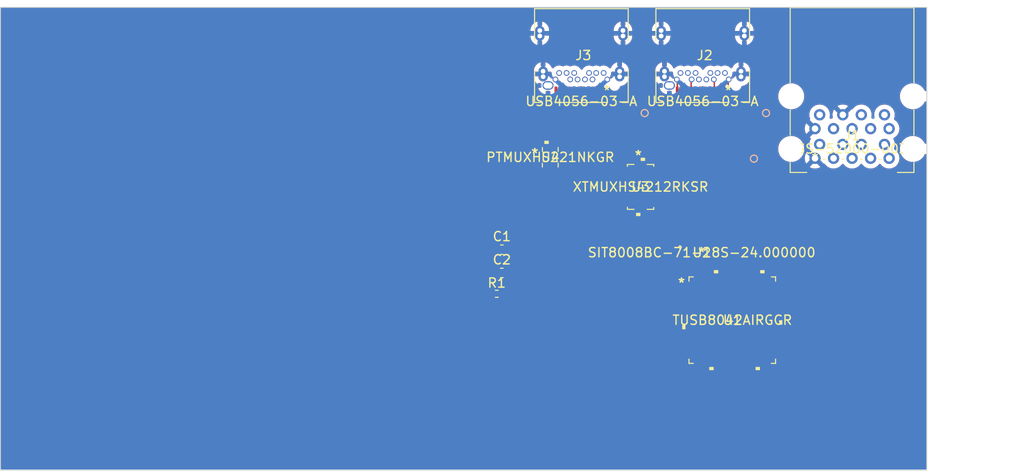
<source format=kicad_pcb>
(kicad_pcb (version 20221018) (generator pcbnew)
  (layers (0 "F.Cu" signal) (31 "B.Cu" signal) (34 "B.Paste" user) (35 "F.Paste" user) (36 "B.SilkS" user "B.Silkscreen") (37 "F.SilkS" user "F.Silkscreen") (38 "B.Mask" user) (39 "F.Mask" user) (44 "Edge.Cuts" user))
  (net 0 "")
  (net 13 "GND")
  (net 16 "+5V")
  (net 66 "/USB_Switch/SSTX_A+")
  (net 80 "/USB_Switch/SSTX_A-")
  (net 81 "VBUS")
  (net 85 "/USB_Switch/CC1_A")
  (net 86 "/USB_Switch/D_A+")
  (net 87 "/USB_Switch/D_A-")
  (net 88 "/USB_Switch/SBU1_A")
  (net 89 "/USB_Switch/SSRX_A-")
  (net 90 "/USB_Switch/SSRX_A+")
  (net 91 "/USB_Switch/CC2_A")
  (net 92 "/USB_Switch/SBU2_A")
  (net 93 "/USB_Switch/SSTX_B+")
  (net 94 "/USB_Switch/SSTX_B-")
  (net 95 "/USB_Switch/CC1_B")
  (net 96 "/USB_Switch/D_B+")
  (net 97 "/USB_Switch/D_B-")
  (net 98 "/USB_Switch/SBU1_B")
  (net 99 "/USB_Switch/SSRX_B-")
  (net 100 "/USB_Switch/SSRX_B+")
  (net 101 "/USB_Switch/CC2_B")
  (net 102 "/USB_Switch/SBU2_B")
  (net 105 "/USB_Switch/XI")
  (net 106 "+3.3V")
  (net 109 "/USB_Switch/SSRX_C+")
  (net 110 "/USB_Switch/SSRX_C-")
  (net 112 "/USB_Switch/SSTX_C+")
  (net 113 "/USB_Switch/SSTX_C-")
  (net 116 "/USB_Switch/D_C-")
  (net 117 "/USB_Switch/D_C+")
  (footprint "TUSB8042A:TUSB8042AIRGCR" (layer "F.Cu") (at 229 83.8)
    (fp_text reference "U1" (at 0 0) (layer "F.SilkS"))
    (fp_text value "TUSB8042AIRGCR" (at 0 0) (layer "F.SilkS"))
    (fp_text user "*" (at -5.484999 -4) (layer "F.SilkS"))
    (fp_text user "*" (at -5.484999 -4) (layer "F.SilkS"))
    (fp_line (start -4.6736 -4.6736) (end -4.6736 -4.21014) (stroke (width 0.12)) (layer "F.SilkS"))
    (fp_line (start -4.6736 4.21014) (end -4.6736 4.6736) (stroke (width 0.12)) (layer "F.SilkS"))
    (fp_line (start -4.6736 4.6736) (end -4.21014 4.6736) (stroke (width 0.12)) (layer "F.SilkS"))
    (fp_line (start -4.21014 -4.6736) (end -4.6736 -4.6736) (stroke (width 0.12)) (layer "F.SilkS"))
    (fp_line (start 4.21014 4.6736) (end 4.6736 4.6736) (stroke (width 0.12)) (layer "F.SilkS"))
    (fp_line (start 4.6736 -4.6736) (end 4.21014 -4.6736) (stroke (width 0.12)) (layer "F.SilkS"))
    (fp_line (start 4.6736 -4.21014) (end 4.6736 -4.6736) (stroke (width 0.12)) (layer "F.SilkS"))
    (fp_line (start 4.6736 4.6736) (end 4.6736 4.21014) (stroke (width 0.12)) (layer "F.SilkS"))
    (fp_poly (pts (xy -5.358 0.559501) (xy -5.358 0.940501) (xy -5.104 0.940501) (xy -5.104 0.559501)) (stroke (width 0.1)) (fill solid) (layer "F.SilkS"))
    (fp_poly (pts (xy -2.440501 5.104) (xy -2.440501 5.358) (xy -2.059501 5.358) (xy -2.059501 5.104)) (stroke (width 0.1)) (fill solid) (layer "F.SilkS"))
    (fp_poly (pts (xy -1.940499 -5.104) (xy -1.940499 -5.358) (xy -1.559499 -5.358) (xy -1.559499 -5.104)) (stroke (width 0.1)) (fill solid) (layer "F.SilkS"))
    (fp_poly (pts (xy 2.5595 5.104) (xy 2.5595 5.358) (xy 2.9405 5.358) (xy 2.9405 5.104)) (stroke (width 0.1)) (fill solid) (layer "F.SilkS"))
    (fp_poly (pts (xy 3.059501 -5.104) (xy 3.059501 -5.358) (xy 3.440501 -5.358) (xy 3.440501 -5.104)) (stroke (width 0.1)) (fill solid) (layer "F.SilkS"))
    (fp_poly (pts (xy 5.358 0.059499) (xy 5.358 0.4405) (xy 5.104 0.4405) (xy 5.104 0.059499)) (stroke (width 0.1)) (fill solid) (layer "F.SilkS"))
    (pad "1" smd rect (at -4.446001 -3.75 90) (size 0.2548 0.807999) (layers "F.Cu" "F.Paste" "F.Mask"))
    (pad "2" smd rect (at -4.446001 -3.250001 90) (size 0.2548 0.807999) (layers "F.Cu" "F.Paste" "F.Mask"))
    (pad "3" smd rect (at -4.446001 -2.75 90) (size 0.2548 0.807999) (layers "F.Cu" "F.Paste" "F.Mask"))
    (pad "4" smd rect (at -4.446001 -2.250001 90) (size 0.2548 0.807999) (layers "F.Cu" "F.Paste" "F.Mask"))
    (pad "5" smd rect (at -4.446001 -1.749999 90) (size 0.2548 0.807999) (layers "F.Cu" "F.Paste" "F.Mask"))
    (pad "6" smd rect (at -4.446001 -1.25 90) (size 0.2548 0.807999) (layers "F.Cu" "F.Paste" "F.Mask"))
    (pad "7" smd rect (at -4.446001 -0.750001 90) (size 0.2548 0.807999) (layers "F.Cu" "F.Paste" "F.Mask"))
    (pad "8" smd rect (at -4.446001 -0.25 90) (size 0.2548 0.807999) (layers "F.Cu" "F.Paste" "F.Mask"))
    (pad "9" smd rect (at -4.446001 0.25 90) (size 0.2548 0.807999) (layers "F.Cu" "F.Paste" "F.Mask"))
    (pad "10" smd rect (at -4.446001 0.750001 90) (size 0.2548 0.807999) (layers "F.Cu" "F.Paste" "F.Mask"))
    (pad "11" smd rect (at -4.446001 1.25 90) (size 0.2548 0.807999) (layers "F.Cu" "F.Paste" "F.Mask"))
    (pad "12" smd rect (at -4.446001 1.749999 90) (size 0.2548 0.807999) (layers "F.Cu" "F.Paste" "F.Mask"))
    (pad "13" smd rect (at -4.446001 2.250001 90) (size 0.2548 0.807999) (layers "F.Cu" "F.Paste" "F.Mask"))
    (pad "14" smd rect (at -4.446001 2.75 90) (size 0.2548 0.807999) (layers "F.Cu" "F.Paste" "F.Mask"))
    (pad "15" smd rect (at -4.446001 3.250001 90) (size 0.2548 0.807999) (layers "F.Cu" "F.Paste" "F.Mask"))
    (pad "16" smd rect (at -4.446001 3.75 90) (size 0.2548 0.807999) (layers "F.Cu" "F.Paste" "F.Mask"))
    (pad "17" smd rect (at -3.75 4.446001) (size 0.2548 0.807999) (layers "F.Cu" "F.Paste" "F.Mask"))
    (pad "18" smd rect (at -3.250001 4.446001) (size 0.2548 0.807999) (layers "F.Cu" "F.Paste" "F.Mask"))
    (pad "19" smd rect (at -2.75 4.446001) (size 0.2548 0.807999) (layers "F.Cu" "F.Paste" "F.Mask"))
    (pad "20" smd rect (at -2.250001 4.446001) (size 0.2548 0.807999) (layers "F.Cu" "F.Paste" "F.Mask"))
    (pad "21" smd rect (at -1.749999 4.446001) (size 0.2548 0.807999) (layers "F.Cu" "F.Paste" "F.Mask"))
    (pad "22" smd rect (at -1.25 4.446001) (size 0.2548 0.807999) (layers "F.Cu" "F.Paste" "F.Mask"))
    (pad "23" smd rect (at -0.750001 4.446001) (size 0.2548 0.807999) (layers "F.Cu" "F.Paste" "F.Mask"))
    (pad "24" smd rect (at -0.25 4.446001) (size 0.2548 0.807999) (layers "F.Cu" "F.Paste" "F.Mask"))
    (pad "25" smd rect (at 0.25 4.446001) (size 0.2548 0.807999) (layers "F.Cu" "F.Paste" "F.Mask"))
    (pad "26" smd rect (at 0.750001 4.446001) (size 0.2548 0.807999) (layers "F.Cu" "F.Paste" "F.Mask"))
    (pad "27" smd rect (at 1.25 4.446001) (size 0.2548 0.807999) (layers "F.Cu" "F.Paste" "F.Mask"))
    (pad "28" smd rect (at 1.749999 4.446001) (size 0.2548 0.807999) (layers "F.Cu" "F.Paste" "F.Mask"))
    (pad "29" smd rect (at 2.250001 4.446001) (size 0.2548 0.807999) (layers "F.Cu" "F.Paste" "F.Mask"))
    (pad "30" smd rect (at 2.75 4.446001) (size 0.2548 0.807999) (layers "F.Cu" "F.Paste" "F.Mask"))
    (pad "31" smd rect (at 3.250001 4.446001) (size 0.2548 0.807999) (layers "F.Cu" "F.Paste" "F.Mask"))
    (pad "32" smd rect (at 3.75 4.446001) (size 0.2548 0.807999) (layers "F.Cu" "F.Paste" "F.Mask"))
    (pad "33" smd rect (at 4.446001 3.75 90) (size 0.2548 0.807999) (layers "F.Cu" "F.Paste" "F.Mask"))
    (pad "34" smd rect (at 4.446001 3.250001 90) (size 0.2548 0.807999) (layers "F.Cu" "F.Paste" "F.Mask"))
    (pad "35" smd rect (at 4.446001 2.75 90) (size 0.2548 0.807999) (layers "F.Cu" "F.Paste" "F.Mask"))
    (pad "36" smd rect (at 4.446001 2.250001 90) (size 0.2548 0.807999) (layers "F.Cu" "F.Paste" "F.Mask"))
    (pad "37" smd rect (at 4.446001 1.749999 90) (size 0.2548 0.807999) (layers "F.Cu" "F.Paste" "F.Mask"))
    (pad "38" smd rect (at 4.446001 1.25 90) (size 0.2548 0.807999) (layers "F.Cu" "F.Paste" "F.Mask"))
    (pad "39" smd rect (at 4.446001 0.750001 90) (size 0.2548 0.807999) (layers "F.Cu" "F.Paste" "F.Mask"))
    (pad "40" smd rect (at 4.446001 0.25 90) (size 0.2548 0.807999) (layers "F.Cu" "F.Paste" "F.Mask"))
    (pad "41" smd rect (at 4.446001 -0.25 90) (size 0.2548 0.807999) (layers "F.Cu" "F.Paste" "F.Mask"))
    (pad "42" smd rect (at 4.446001 -0.750001 90) (size 0.2548 0.807999) (layers "F.Cu" "F.Paste" "F.Mask"))
    (pad "43" smd rect (at 4.446001 -1.25 90) (size 0.2548 0.807999) (layers "F.Cu" "F.Paste" "F.Mask"))
    (pad "44" smd rect (at 4.446001 -1.749999 90) (size 0.2548 0.807999) (layers "F.Cu" "F.Paste" "F.Mask"))
    (pad "45" smd rect (at 4.446001 -2.250001 90) (size 0.2548 0.807999) (layers "F.Cu" "F.Paste" "F.Mask"))
    (pad "46" smd rect (at 4.446001 -2.75 90) (size 0.2548 0.807999) (layers "F.Cu" "F.Paste" "F.Mask"))
    (pad "47" smd rect (at 4.446001 -3.250001 90) (size 0.2548 0.807999) (layers "F.Cu" "F.Paste" "F.Mask"))
    (pad "48" smd rect (at 4.446001 -3.75 90) (size 0.2548 0.807999) (layers "F.Cu" "F.Paste" "F.Mask") (net 81 "VBUS"))
    (pad "49" smd rect (at 3.75 -4.446001) (size 0.2548 0.807999) (layers "F.Cu" "F.Paste" "F.Mask"))
    (pad "50" smd rect (at 3.250001 -4.446001) (size 0.2548 0.807999) (layers "F.Cu" "F.Paste" "F.Mask"))
    (pad "51" smd rect (at 2.75 -4.446001) (size 0.2548 0.807999) (layers "F.Cu" "F.Paste" "F.Mask"))
    (pad "52" smd rect (at 2.250001 -4.446001) (size 0.2548 0.807999) (layers "F.Cu" "F.Paste" "F.Mask"))
    (pad "53" smd rect (at 1.749999 -4.446001) (size 0.2548 0.807999) (layers "F.Cu" "F.Paste" "F.Mask"))
    (pad "54" smd rect (at 1.25 -4.446001) (size 0.2548 0.807999) (layers "F.Cu" "F.Paste" "F.Mask"))
    (pad "55" smd rect (at 0.750001 -4.446001) (size 0.2548 0.807999) (layers "F.Cu" "F.Paste" "F.Mask"))
    (pad "56" smd rect (at 0.25 -4.446001) (size 0.2548 0.807999) (layers "F.Cu" "F.Paste" "F.Mask"))
    (pad "57" smd rect (at -0.25 -4.446001) (size 0.2548 0.807999) (layers "F.Cu" "F.Paste" "F.Mask"))
    (pad "58" smd rect (at -0.750001 -4.446001) (size 0.2548 0.807999) (layers "F.Cu" "F.Paste" "F.Mask"))
    (pad "59" smd rect (at -1.25 -4.446001) (size 0.2548 0.807999) (layers "F.Cu" "F.Paste" "F.Mask"))
    (pad "60" smd rect (at -1.749999 -4.446001) (size 0.2548 0.807999) (layers "F.Cu" "F.Paste" "F.Mask"))
    (pad "61" smd rect (at -2.250001 -4.446001) (size 0.2548 0.807999) (layers "F.Cu" "F.Paste" "F.Mask"))
    (pad "62" smd rect (at -2.75 -4.446001) (size 0.2548 0.807999) (layers "F.Cu" "F.Paste" "F.Mask") (net 105 "/USB_Switch/XI"))
    (pad "63" smd rect (at -3.250001 -4.446001) (size 0.2548 0.807999) (layers "F.Cu" "F.Paste" "F.Mask") (net 106 "+3.3V"))
    (pad "64" smd rect (at -3.75 -4.446001) (size 0.2548 0.807999) (layers "F.Cu" "F.Paste" "F.Mask"))
    (pad "65" smd rect (at 0 0) (size 5.9944 5.9944) (layers "F.Cu" "F.Mask"))
  )
  (footprint "TMUXHS221:PTMUXHS221NKGR" (layer "F.Cu") (at 209.3523 66.199975)
    (fp_text reference "U4" (at 0 0) (layer "F.SilkS"))
    (fp_text value "PTMUXHS221NKGR" (at 0 0) (layer "F.SilkS"))
    (fp_text user "*" (at -1.6637 -0.40005) (layer "F.SilkS"))
    (fp_text user "*" (at -1.6637 -0.40005) (layer "F.SilkS"))
    (fp_line (start -0.8509 -1.0541) (end -0.8509 -0.634365) (stroke (width 0.12)) (layer "F.SilkS"))
    (fp_line (start -0.8509 0.634365) (end -0.8509 1.0541) (stroke (width 0.12)) (layer "F.SilkS"))
    (fp_line (start 0.8509 -0.634365) (end 0.8509 -1.0541) (stroke (width 0.12)) (layer "F.SilkS"))
    (fp_line (start 0.8509 1.0541) (end 0.8509 0.634365) (stroke (width 0.12)) (layer "F.SilkS"))
    (fp_poly (pts (xy -0.59055 -1.4859) (xy -0.59055 -1.7399) (xy -0.20955 -1.7399) (xy -0.20955 -1.4859)) (stroke (width 0.1)) (fill solid) (layer "F.SilkS"))
    (pad "1" smd rect (at -0.6477 -0.200025 90) (size 0.2032 0.762) (layers "F.Cu" "F.Paste" "F.Mask") (net 86 "/USB_Switch/D_A+"))
    (pad "2" smd rect (at -0.6477 0.200025 90) (size 0.2032 0.762) (layers "F.Cu" "F.Paste" "F.Mask") (net 87 "/USB_Switch/D_A-"))
    (pad "3" smd rect (at -0.40005 0.8509) (size 0.2032 0.762) (layers "F.Cu" "F.Paste" "F.Mask") (net 13 "GND"))
    (pad "4" smd rect (at 0 0.8509) (size 0.2032 0.762) (layers "F.Cu" "F.Paste" "F.Mask") (net 97 "/USB_Switch/D_B-"))
    (pad "5" smd rect (at 0.40005 0.8509) (size 0.2032 0.762) (layers "F.Cu" "F.Paste" "F.Mask") (net 96 "/USB_Switch/D_B+"))
    (pad "6" smd rect (at 0.6477 0.200025 90) (size 0.2032 0.762) (layers "F.Cu" "F.Paste" "F.Mask") (net 116 "/USB_Switch/D_C-"))
    (pad "7" smd rect (at 0.6477 -0.200025 90) (size 0.2032 0.762) (layers "F.Cu" "F.Paste" "F.Mask") (net 117 "/USB_Switch/D_C+"))
    (pad "8" smd rect (at 0.40005 -0.8509) (size 0.2032 0.762) (layers "F.Cu" "F.Paste" "F.Mask"))
    (pad "9" smd rect (at 0 -0.8509) (size 0.2032 0.762) (layers "F.Cu" "F.Paste" "F.Mask"))
    (pad "10" smd rect (at -0.40005 -0.8509) (size 0.2032 0.762) (layers "F.Cu" "F.Paste" "F.Mask"))
  )
  (footprint "Capacitor_SMD:C_0603_1608Metric" (layer "F.Cu") (at 204.125 78.7)
    (fp_text reference "C2" (at 0 -1.43) (layer "F.SilkS"))
    (fp_text value "0.001uF")
    (fp_line (start -0.14058 -0.51) (end 0.14058 -0.51) (stroke (width 0.12)) (layer "F.SilkS"))
    (fp_line (start -0.14058 0.51) (end 0.14058 0.51) (stroke (width 0.12)) (layer "F.SilkS"))
    (pad "1" smd roundrect (at -0.775 0) (size 0.9 0.95) (layers "F.Cu" "F.Paste" "F.Mask"))
    (pad "2" smd roundrect (at 0.775 0) (size 0.9 0.95) (layers "F.Cu" "F.Paste" "F.Mask"))
  )
  (footprint "SS-52000:SS-52000-003" (layer "F.Cu") (at 237.930001 66.30999 180)
    (fp_text reference "J1" (at -4 2.449988) (layer "F.SilkS"))
    (fp_text value "SS-52000-003" (at -4 1.019998) (layer "F.SilkS"))
    (fp_text user "*" (at 0 0) (layer "F.SilkS"))
    (fp_circle (center 6.593082 -0.038526) (end 6.974082 -0.038526) (stroke (width 0.12)) (fill none) (layer "B.SilkS"))
    (fp_line (start -10.6802 -1.52841) (end -10.6802 -0.464357) (stroke (width 0.12)) (layer "F.SilkS"))
    (fp_line (start -10.6802 2.504353) (end -10.6802 5.215647) (stroke (width 0.12)) (layer "F.SilkS"))
    (fp_line (start -10.6802 8.184351) (end -10.6802 16.27699) (stroke (width 0.12)) (layer "F.SilkS"))
    (fp_line (start -10.6802 16.27699) (end 2.6802 16.27699) (stroke (width 0.12)) (layer "F.SilkS"))
    (fp_line (start -8.893844 -1.52841) (end -10.6802 -1.52841) (stroke (width 0.12)) (layer "F.SilkS"))
    (fp_line (start -6.893845 -0.098419) (end -7.106155 -0.098419) (stroke (width 0.12)) (layer "F.SilkS"))
    (fp_line (start -4.893844 -0.098419) (end -5.106156 -0.098419) (stroke (width 0.12)) (layer "F.SilkS"))
    (fp_line (start -2.893843 -0.098419) (end -3.106155 -0.098419) (stroke (width 0.12)) (layer "F.SilkS"))
    (fp_line (start -0.893845 -0.098419) (end -1.106154 -0.098419) (stroke (width 0.12)) (layer "F.SilkS"))
    (fp_line (start 2.6802 -1.52841) (end 0.893845 -1.52841) (stroke (width 0.12)) (layer "F.SilkS"))
    (fp_line (start 2.6802 -0.464357) (end 2.6802 -1.52841) (stroke (width 0.12)) (layer "F.SilkS"))
    (fp_line (start 2.6802 5.215647) (end 2.6802 2.504353) (stroke (width 0.12)) (layer "F.SilkS"))
    (fp_line (start 2.6802 16.27699) (end 2.6802 8.184351) (stroke (width 0.12)) (layer "F.SilkS"))
    (fp_circle (center 6.593082 -0.038526) (end 6.974082 -0.038526) (stroke (width 0.12)) (fill none) (layer "F.SilkS"))
    (pad "" np_thru_hole circle (at -10.569999 1.00999 180) (size 2.3114 2.3114) (drill 2.3114) (layers "*.Cu" "*.Mask"))
    (pad "" np_thru_hole circle (at -10.569964 6.699993 180) (size 2.3114 2.3114) (drill 2.3114) (layers "*.Cu" "*.Mask"))
    (pad "" np_thru_hole circle (at 2.569964 6.699993 180) (size 2.3114 2.3114) (drill 2.3114) (layers "*.Cu" "*.Mask"))
    (pad "" np_thru_hole circle (at 2.57 1.00999 180) (size 2.3114 2.3114) (drill 2.3114) (layers "*.Cu" "*.Mask"))
    (pad "1" thru_hole circle (at 0 0 180) (size 1.2192 1.2192) (drill 0.7112) (layers "*.Cu" "*.Mask") (net 13 "GND"))
    (pad "2" thru_hole circle (at -1.999999 0 180) (size 1.2192 1.2192) (drill 0.7112) (layers "*.Cu" "*.Mask"))
    (pad "3" thru_hole circle (at -4 0 180) (size 1.2192 1.2192) (drill 0.7112) (layers "*.Cu" "*.Mask"))
    (pad "4" thru_hole circle (at -6.000001 0 180) (size 1.2192 1.2192) (drill 0.7112) (layers "*.Cu" "*.Mask") (net 16 "+5V"))
    (pad "5" thru_hole circle (at -7.999999 0 180) (size 1.2192 1.2192) (drill 0.7112) (layers "*.Cu" "*.Mask"))
    (pad "6" thru_hole circle (at -0.5 1.500003 180) (size 1.2192 1.2192) (drill 0.7112) (layers "*.Cu" "*.Mask"))
    (pad "7" thru_hole circle (at -2.999999 1.500003 180) (size 1.2192 1.2192) (drill 0.7112) (layers "*.Cu" "*.Mask") (net 13 "GND"))
    (pad "8" thru_hole circle (at -5 1.500003 180) (size 1.2192 1.2192) (drill 0.7112) (layers "*.Cu" "*.Mask"))
    (pad "10" thru_hole circle (at -7.499999 1.500003 180) (size 1.2192 1.2192) (drill 0.7112) (layers "*.Cu" "*.Mask"))
    (pad "11" thru_hole circle (at 0 3.199989 180) (size 1.2192 1.2192) (drill 0.7112) (layers "*.Cu" "*.Mask") (net 13 "GND"))
    (pad "12" thru_hole circle (at -1.999999 3.199989 180) (size 1.2192 1.2192) (drill 0.7112) (layers "*.Cu" "*.Mask"))
    (pad "13" thru_hole circle (at -4 3.199989 180) (size 1.2192 1.2192) (drill 0.7112) (layers "*.Cu" "*.Mask"))
    (pad "14" thru_hole circle (at -6.000001 3.199989 180) (size 1.2192 1.2192) (drill 0.7112) (layers "*.Cu" "*.Mask") (net 16 "+5V"))
    (pad "15" thru_hole circle (at -7.999999 3.199989 180) (size 1.2192 1.2192) (drill 0.7112) (layers "*.Cu" "*.Mask"))
    (pad "16" thru_hole circle (at -0.5 4.699989 180) (size 1.2192 1.2192) (drill 0.7112) (layers "*.Cu" "*.Mask"))
    (pad "17" thru_hole circle (at -2.999999 4.699989 180) (size 1.2192 1.2192) (drill 0.7112) (layers "*.Cu" "*.Mask") (net 13 "GND"))
    (pad "18" thru_hole circle (at -5 4.699989 180) (size 1.2192 1.2192) (drill 0.7112) (layers "*.Cu" "*.Mask"))
    (pad "20" thru_hole circle (at -7.499999 4.699989 180) (size 1.2192 1.2192) (drill 0.7112) (layers "*.Cu" "*.Mask"))
  )
  (footprint "TMUXHS4212:XTMUXHS4212RKSR" (layer "F.Cu") (at 219.1 69.4)
    (fp_text reference "U3" (at 0 0) (layer "F.SilkS"))
    (fp_text value "XTMUXHS4212RKSR" (at 0 0) (layer "F.SilkS"))
    (fp_text user "*" (at -0.250063 -3.3861) (layer "F.SilkS"))
    (fp_text user "*" (at -0.250063 -3.3861) (layer "F.SilkS"))
    (fp_line (start -1.4224 -2.4257) (end -1.4224 -2.210581) (stroke (width 0.12)) (layer "F.SilkS"))
    (fp_line (start -1.4224 2.210581) (end -1.4224 2.4257) (stroke (width 0.12)) (layer "F.SilkS"))
    (fp_line (start -1.4224 2.4257) (end -0.710203 2.4257) (stroke (width 0.12)) (layer "F.SilkS"))
    (fp_line (start -0.710203 -2.4257) (end -1.4224 -2.4257) (stroke (width 0.12)) (layer "F.SilkS"))
    (fp_line (start 0.710203 2.4257) (end 1.4224 2.4257) (stroke (width 0.12)) (layer "F.SilkS"))
    (fp_line (start 1.4224 -2.4257) (end 0.710203 -2.4257) (stroke (width 0.12)) (layer "F.SilkS"))
    (fp_line (start 1.4224 -2.210581) (end 1.4224 -2.4257) (stroke (width 0.12)) (layer "F.SilkS"))
    (fp_line (start 1.4224 2.4257) (end 1.4224 2.210581) (stroke (width 0.12)) (layer "F.SilkS"))
    (fp_poly (pts (xy -0.440563 2.852699) (xy -0.440563 3.106699) (xy -0.059563 3.106699) (xy -0.059563 2.852699)) (stroke (width 0.1)) (fill solid) (layer "F.SilkS"))
    (fp_poly (pts (xy 0.059563 -2.852699) (xy 0.059563 -3.106699) (xy 0.440563 -3.106699) (xy 0.440563 -2.852699)) (stroke (width 0.1)) (fill solid) (layer "F.SilkS"))
    (pad "1" smd rect (at -0.250063 -2.1947) (size 0.2548 0.807999) (layers "F.Cu" "F.Paste" "F.Mask"))
    (pad "2" smd rect (at -1.1914 -1.750441 90) (size 0.2548 0.807999) (layers "F.Cu" "F.Paste" "F.Mask"))
    (pad "3" smd rect (at -1.1914 -1.250315 90) (size 0.2548 0.807999) (layers "F.Cu" "F.Paste" "F.Mask") (net 109 "/USB_Switch/SSRX_C+"))
    (pad "4" smd rect (at -1.1914 -0.750189 90) (size 0.2548 0.807999) (layers "F.Cu" "F.Paste" "F.Mask") (net 110 "/USB_Switch/SSRX_C-"))
    (pad "5" smd rect (at -1.1914 -0.250063 90) (size 0.2548 0.807999) (layers "F.Cu" "F.Paste" "F.Mask") (net 13 "GND"))
    (pad "6" smd rect (at -1.1914 0.250063 90) (size 0.2548 0.807999) (layers "F.Cu" "F.Paste" "F.Mask"))
    (pad "7" smd rect (at -1.1914 0.750189 90) (size 0.2548 0.807999) (layers "F.Cu" "F.Paste" "F.Mask") (net 112 "/USB_Switch/SSTX_C+"))
    (pad "8" smd rect (at -1.1914 1.250315 90) (size 0.2548 0.807999) (layers "F.Cu" "F.Paste" "F.Mask") (net 113 "/USB_Switch/SSTX_C-"))
    (pad "9" smd rect (at -1.1914 1.750441 90) (size 0.2548 0.807999) (layers "F.Cu" "F.Paste" "F.Mask"))
    (pad "10" smd rect (at -0.250063 2.1947) (size 0.2548 0.807999) (layers "F.Cu" "F.Paste" "F.Mask"))
    (pad "11" smd rect (at 0.250063 2.1947) (size 0.2548 0.807999) (layers "F.Cu" "F.Paste" "F.Mask") (net 13 "GND"))
    (pad "12" smd rect (at 1.1914 1.750441 90) (size 0.2548 0.807999) (layers "F.Cu" "F.Paste" "F.Mask") (net 94 "/USB_Switch/SSTX_B-"))
    (pad "13" smd rect (at 1.1914 1.250315 90) (size 0.2548 0.807999) (layers "F.Cu" "F.Paste" "F.Mask") (net 93 "/USB_Switch/SSTX_B+"))
    (pad "14" smd rect (at 1.1914 0.750189 90) (size 0.2548 0.807999) (layers "F.Cu" "F.Paste" "F.Mask") (net 99 "/USB_Switch/SSRX_B-"))
    (pad "15" smd rect (at 1.1914 0.250063 90) (size 0.2548 0.807999) (layers "F.Cu" "F.Paste" "F.Mask") (net 100 "/USB_Switch/SSRX_B+"))
    (pad "16" smd rect (at 1.1914 -0.250063 90) (size 0.2548 0.807999) (layers "F.Cu" "F.Paste" "F.Mask") (net 80 "/USB_Switch/SSTX_A-"))
    (pad "17" smd rect (at 1.1914 -0.750189 90) (size 0.2548 0.807999) (layers "F.Cu" "F.Paste" "F.Mask") (net 66 "/USB_Switch/SSTX_A+"))
    (pad "18" smd rect (at 1.1914 -1.250315 90) (size 0.2548 0.807999) (layers "F.Cu" "F.Paste" "F.Mask") (net 89 "/USB_Switch/SSRX_A-"))
    (pad "19" smd rect (at 1.1914 -1.750441 90) (size 0.2548 0.807999) (layers "F.Cu" "F.Paste" "F.Mask") (net 90 "/USB_Switch/SSRX_A+"))
    (pad "20" smd rect (at 0.250063 -2.1947) (size 0.2548 0.807999) (layers "F.Cu" "F.Paste" "F.Mask") (net 13 "GND"))
    (pad "21" smd rect (at 0 0) (size 1.0922 3.0988) (layers "F.Cu" "F.Mask") (net 13 "GND"))
  )
  (footprint "SIT8008BC:SIT8008BC-71-18S-24.000000" (layer "F.Cu") (at 225.7 76.5)
    (fp_text reference "U2" (at 0 0) (layer "F.SilkS"))
    (fp_text value "SIT8008BC-71-18S-24.000000" (at 0 0) (layer "F.SilkS"))
    (fp_text user "*" (at 0 0) (layer "F.SilkS"))
    (fp_circle (center -2.3406 -0.6) (end -2.2136 -0.6) (stroke (width 0.12)) (fill none) (layer "F.SilkS"))
    (pad "1" smd rect (at -0.750001 -0.599999) (size 0.889 0.8128) (layers "F.Cu" "F.Paste" "F.Mask"))
    (pad "2" smd rect (at -0.750001 0.599999) (size 0.889 0.8128) (layers "F.Cu" "F.Paste" "F.Mask") (net 13 "GND"))
    (pad "3" smd rect (at 0.750001 0.599999) (size 0.889 0.8128) (layers "F.Cu" "F.Paste" "F.Mask") (net 105 "/USB_Switch/XI"))
    (pad "4" smd rect (at 0.750001 -0.599999) (size 0.889 0.8128) (layers "F.Cu" "F.Paste" "F.Mask") (net 106 "+3.3V"))
  )
  (footprint "Capacitor_SMD:C_0603_1608Metric" (layer "F.Cu") (at 204.125 76.19)
    (fp_text reference "C1" (at 0 -1.43) (layer "F.SilkS"))
    (fp_text value "0.1uF")
    (fp_line (start -0.14058 -0.51) (end 0.14058 -0.51) (stroke (width 0.12)) (layer "F.SilkS"))
    (fp_line (start -0.14058 0.51) (end 0.14058 0.51) (stroke (width 0.12)) (layer "F.SilkS"))
    (pad "1" smd roundrect (at -0.775 0) (size 0.9 0.95) (layers "F.Cu" "F.Paste" "F.Mask"))
    (pad "2" smd roundrect (at 0.775 0) (size 0.9 0.95) (layers "F.Cu" "F.Paste" "F.Mask"))
  )
  (footprint "Resistor_SMD:R_0402_1005Metric" (layer "F.Cu") (at 203.575 80.95)
    (fp_text reference "R1" (at 0 -1.17) (layer "F.SilkS"))
    (fp_text value "1M")
    (fp_line (start -0.153641 -0.38) (end 0.153641 -0.38) (stroke (width 0.12)) (layer "F.SilkS"))
    (fp_line (start -0.153641 0.38) (end 0.153641 0.38) (stroke (width 0.12)) (layer "F.SilkS"))
    (pad "1" smd roundrect (at -0.51 0) (size 0.54 0.64) (layers "F.Cu" "F.Paste" "F.Mask"))
    (pad "2" smd roundrect (at 0.51 0) (size 0.54 0.64) (layers "F.Cu" "F.Paste" "F.Mask"))
  )
  (footprint "USB4056:USB4056-03-A" (layer "F.Cu") (at 228.560692 59.005 180)
    (fp_text reference "J2" (at 2.54 3.81) (layer "F.SilkS"))
    (fp_text value "USB4056-03-A" (at 2.750693 -1.146) (layer "F.SilkS"))
    (fp_text user "*" (at 0 0) (layer "F.SilkS"))
    (fp_circle (center -4.081907 -2.416) (end -3.700907 -2.416) (stroke (width 0.12)) (fill none) (layer "B.SilkS"))
    (fp_line (start -2.303907 -1.273) (end -2.303907 2.25126) (stroke (width 0.12)) (layer "F.SilkS"))
    (fp_line (start -2.303907 5.45674) (end -2.303907 8.8616) (stroke (width 0.12)) (layer "F.SilkS"))
    (fp_line (start -2.303907 8.8616) (end 7.805293 8.8616) (stroke (width 0.12)) (layer "F.SilkS"))
    (fp_line (start -1.628972 -1.273) (end -2.303907 -1.273) (stroke (width 0.12)) (layer "F.SilkS"))
    (fp_line (start 5.571029 -1.273) (end -0.069643 -1.273) (stroke (width 0.12)) (layer "F.SilkS"))
    (fp_line (start 7.805293 -1.273) (end 7.130358 -1.273) (stroke (width 0.12)) (layer "F.SilkS"))
    (fp_line (start 7.805293 2.25126) (end 7.805293 -1.273) (stroke (width 0.12)) (layer "F.SilkS"))
    (fp_line (start 7.805293 8.8616) (end 7.805293 5.45674) (stroke (width 0.12)) (layer "F.SilkS"))
    (fp_circle (center -4.081907 -2.416) (end -3.700907 -2.416) (stroke (width 0.12)) (fill none) (layer "F.SilkS"))
    (pad "" np_thru_hole circle (at -1.739308 5.9129 180) (size 0.508 0.508) (drill 0.508) (layers "*.Cu" "*.Mask"))
    (pad "" np_thru_hole circle (at -1.739308 6.4971 180) (size 0.508 0.508) (drill 0.508) (layers "*.Cu" "*.Mask"))
    (pad "" np_thru_hole circle (at -1.379306 1.5129 180) (size 0.508 0.508) (drill 0.508) (layers "*.Cu" "*.Mask"))
    (pad "" np_thru_hole circle (at -1.379306 2.0971 180) (size 0.508 0.508) (drill 0.508) (layers "*.Cu" "*.Mask"))
    (pad "" np_thru_hole circle (at -0.849307 0.565 180) (size 0.6604 0.6604) (drill 0.6604) (layers "*.Cu" "*.Mask"))
    (pad "" np_thru_hole circle (at 6.210993 0.565 180) (size 0.6604 0.6604) (drill 0.6604) (layers "*.Cu" "*.Mask"))
    (pad "" np_thru_hole circle (at 6.490393 0.565 180) (size 0.6604 0.6604) (drill 0.6604) (layers "*.Cu" "*.Mask"))
    (pad "" np_thru_hole circle (at 6.880692 1.5129 180) (size 0.508 0.508) (drill 0.508) (layers "*.Cu" "*.Mask"))
    (pad "" np_thru_hole circle (at 6.880692 2.0971 180) (size 0.508 0.508) (drill 0.508) (layers "*.Cu" "*.Mask"))
    (pad "" np_thru_hole circle (at 7.240694 5.9129 180) (size 0.508 0.508) (drill 0.508) (layers "*.Cu" "*.Mask"))
    (pad "" np_thru_hole circle (at 7.240694 6.4971 180) (size 0.508 0.508) (drill 0.508) (layers "*.Cu" "*.Mask"))
    (pad "25" thru_hole oval (at -1.379306 1.805 270) (size 1.6002 1.016) (drill 0.0254) (layers "*.Cu" "*.Mask") (net 13 "GND"))
    (pad "26" thru_hole oval (at -1.739308 6.205 270) (size 1.6002 1.016) (drill 0.0254) (layers "*.Cu" "*.Mask") (net 13 "GND"))
    (pad "27" thru_hole oval (at 6.880692 1.805 270) (size 1.6002 1.016) (drill 0.0254) (layers "*.Cu" "*.Mask") (net 13 "GND"))
    (pad "28" thru_hole oval (at 7.240694 6.205 270) (size 1.6002 1.016) (drill 0.0254) (layers "*.Cu" "*.Mask") (net 13 "GND"))
    (pad "29" thru_hole oval (at 6.350693 0.565 180) (size 1.1938 0.9144) (drill 0.0254) (layers "*.Cu" "*.Mask") (net 13 "GND"))
    (pad "A1" smd rect (at 0 0 180) (size 0.3048 0.889) (layers "F.Cu" "F.Paste" "F.Mask") (net 13 "GND"))
    (pad "A2" smd rect (at 0.500126 0 180) (size 0.3048 0.889) (layers "F.Cu" "F.Paste" "F.Mask") (net 66 "/USB_Switch/SSTX_A+"))
    (pad "A3" smd rect (at 1.000252 0 180) (size 0.3048 0.889) (layers "F.Cu" "F.Paste" "F.Mask") (net 80 "/USB_Switch/SSTX_A-"))
    (pad "A4" smd rect (at 1.500378 0 180) (size 0.3048 0.889) (layers "F.Cu" "F.Paste" "F.Mask") (net 81 "VBUS"))
    (pad "A5" smd rect (at 2.000504 0 180) (size 0.3048 0.889) (layers "F.Cu" "F.Paste" "F.Mask") (net 85 "/USB_Switch/CC1_A"))
    (pad "A6" smd rect (at 2.50063 0 180) (size 0.3048 0.889) (layers "F.Cu" "F.Paste" "F.Mask") (net 86 "/USB_Switch/D_A+"))
    (pad "A7" smd rect (at 3.000756 0 180) (size 0.3048 0.889) (layers "F.Cu" "F.Paste" "F.Mask") (net 87 "/USB_Switch/D_A-"))
    (pad "A8" smd rect (at 3.500882 0 180) (size 0.3048 0.889) (layers "F.Cu" "F.Paste" "F.Mask") (net 88 "/USB_Switch/SBU1_A"))
    (pad "A9" smd rect (at 4.001008 0 180) (size 0.3048 0.889) (layers "F.Cu" "F.Paste" "F.Mask") (net 81 "VBUS"))
    (pad "A10" smd rect (at 4.501134 0 180) (size 0.3048 0.889) (layers "F.Cu" "F.Paste" "F.Mask") (net 89 "/USB_Switch/SSRX_A-"))
    (pad "A11" smd rect (at 5.00126 0 180) (size 0.3048 0.889) (layers "F.Cu" "F.Paste" "F.Mask") (net 90 "/USB_Switch/SSRX_A+"))
    (pad "A12" smd rect (at 5.501386 0 180) (size 0.3048 0.889) (layers "F.Cu" "F.Paste" "F.Mask") (net 13 "GND"))
    (pad "B1" thru_hole circle (at 5.550886 1.215 180) (size 0.6096 0.6096) (drill 0.4064) (layers "*.Cu" "*.Mask") (net 13 "GND"))
    (pad "B2" thru_hole circle (at 5.15076 1.915 180) (size 0.6096 0.6096) (drill 0.4064) (layers "*.Cu" "*.Mask") (net 66 "/USB_Switch/SSTX_A+"))
    (pad "B3" thru_hole circle (at 4.350634 1.915 180) (size 0.6096 0.6096) (drill 0.4064) (layers "*.Cu" "*.Mask") (net 80 "/USB_Switch/SSTX_A-"))
    (pad "B4" thru_hole circle (at 3.950508 1.215 180) (size 0.6096 0.6096) (drill 0.4064) (layers "*.Cu" "*.Mask") (net 81 "VBUS"))
    (pad "B5" thru_hole circle (at 3.525882 1.915 180) (size 0.6096 0.6096) (drill 0.4064) (layers "*.Cu" "*.Mask") (net 91 "/USB_Switch/CC2_A"))
    (pad "B6" thru_hole circle (at 3.163256 1.215 180) (size 0.6096 0.6096) (drill 0.4064) (layers "*.Cu" "*.Mask") (net 86 "/USB_Switch/D_A+"))
    (pad "B7" thru_hole circle (at 2.36313 1.215 180) (size 0.6096 0.6096) (drill 0.4064) (layers "*.Cu" "*.Mask") (net 87 "/USB_Switch/D_A-"))
    (pad "B8" thru_hole circle (at 1.925504 1.915 180) (size 0.6096 0.6096) (drill 0.4064) (layers "*.Cu" "*.Mask") (net 92 "/USB_Switch/SBU2_A"))
    (pad "B9" thru_hole circle (at 1.550878 1.215 180) (size 0.6096 0.6096) (drill 0.4064) (layers "*.Cu" "*.Mask") (net 81 "VBUS"))
    (pad "B10" thru_hole circle (at 1.150752 1.915 180) (size 0.6096 0.6096) (drill 0.4064) (layers "*.Cu" "*.Mask") (net 89 "/USB_Switch/SSRX_A-"))
    (pad "B11" thru_hole circle (at 0.350626 1.915 180) (size 0.6096 0.6096) (drill 0.4064) (layers "*.Cu" "*.Mask") (net 90 "/USB_Switch/SSRX_A+"))
    (pad "B12" thru_hole circle (at -0.0495 1.215 180) (size 0.6096 0.6096) (drill 0.4064) (layers "*.Cu" "*.Mask") (net 13 "GND"))
  )
  (footprint "USB4056:USB4056-03-A" (layer "F.Cu") (at 215.460692 59.005 180)
    (fp_text reference "J3" (at 2.54 3.81) (layer "F.SilkS"))
    (fp_text value "USB4056-03-A" (at 2.750693 -1.146) (layer "F.SilkS"))
    (fp_text user "*" (at 0 0) (layer "F.SilkS"))
    (fp_circle (center -4.081907 -2.416) (end -3.700907 -2.416) (stroke (width 0.12)) (fill none) (layer "B.SilkS"))
    (fp_line (start -2.303907 -1.273) (end -2.303907 2.25126) (stroke (width 0.12)) (layer "F.SilkS"))
    (fp_line (start -2.303907 5.45674) (end -2.303907 8.8616) (stroke (width 0.12)) (layer "F.SilkS"))
    (fp_line (start -2.303907 8.8616) (end 7.805293 8.8616) (stroke (width 0.12)) (layer "F.SilkS"))
    (fp_line (start -1.628972 -1.273) (end -2.303907 -1.273) (stroke (width 0.12)) (layer "F.SilkS"))
    (fp_line (start 5.571029 -1.273) (end -0.069643 -1.273) (stroke (width 0.12)) (layer "F.SilkS"))
    (fp_line (start 7.805293 -1.273) (end 7.130358 -1.273) (stroke (width 0.12)) (layer "F.SilkS"))
    (fp_line (start 7.805293 2.25126) (end 7.805293 -1.273) (stroke (width 0.12)) (layer "F.SilkS"))
    (fp_line (start 7.805293 8.8616) (end 7.805293 5.45674) (stroke (width 0.12)) (layer "F.SilkS"))
    (fp_circle (center -4.081907 -2.416) (end -3.700907 -2.416) (stroke (width 0.12)) (fill none) (layer "F.SilkS"))
    (pad "" np_thru_hole circle (at -1.739308 5.9129 180) (size 0.508 0.508) (drill 0.508) (layers "*.Cu" "*.Mask"))
    (pad "" np_thru_hole circle (at -1.739308 6.4971 180) (size 0.508 0.508) (drill 0.508) (layers "*.Cu" "*.Mask"))
    (pad "" np_thru_hole circle (at -1.379306 1.5129 180) (size 0.508 0.508) (drill 0.508) (layers "*.Cu" "*.Mask"))
    (pad "" np_thru_hole circle (at -1.379306 2.0971 180) (size 0.508 0.508) (drill 0.508) (layers "*.Cu" "*.Mask"))
    (pad "" np_thru_hole circle (at -0.849307 0.565 180) (size 0.6604 0.6604) (drill 0.6604) (layers "*.Cu" "*.Mask"))
    (pad "" np_thru_hole circle (at 6.210993 0.565 180) (size 0.6604 0.6604) (drill 0.6604) (layers "*.Cu" "*.Mask"))
    (pad "" np_thru_hole circle (at 6.490393 0.565 180) (size 0.6604 0.6604) (drill 0.6604) (layers "*.Cu" "*.Mask"))
    (pad "" np_thru_hole circle (at 6.880692 1.5129 180) (size 0.508 0.508) (drill 0.508) (layers "*.Cu" "*.Mask"))
    (pad "" np_thru_hole circle (at 6.880692 2.0971 180) (size 0.508 0.508) (drill 0.508) (layers "*.Cu" "*.Mask"))
    (pad "" np_thru_hole circle (at 7.240694 5.9129 180) (size 0.508 0.508) (drill 0.508) (layers "*.Cu" "*.Mask"))
    (pad "" np_thru_hole circle (at 7.240694 6.4971 180) (size 0.508 0.508) (drill 0.508) (layers "*.Cu" "*.Mask"))
    (pad "25" thru_hole oval (at -1.379306 1.805 270) (size 1.6002 1.016) (drill 0.0254) (layers "*.Cu" "*.Mask") (net 13 "GND"))
    (pad "26" thru_hole oval (at -1.739308 6.205 270) (size 1.6002 1.016) (drill 0.0254) (layers "*.Cu" "*.Mask") (net 13 "GND"))
    (pad "27" thru_hole oval (at 6.880692 1.805 270) (size 1.6002 1.016) (drill 0.0254) (layers "*.Cu" "*.Mask") (net 13 "GND"))
    (pad "28" thru_hole oval (at 7.240694 6.205 270) (size 1.6002 1.016) (drill 0.0254) (layers "*.Cu" "*.Mask") (net 13 "GND"))
    (pad "29" thru_hole oval (at 6.350693 0.565 180) (size 1.1938 0.9144) (drill 0.0254) (layers "*.Cu" "*.Mask") (net 13 "GND"))
    (pad "A1" smd rect (at 0 0 180) (size 0.3048 0.889) (layers "F.Cu" "F.Paste" "F.Mask") (net 13 "GND"))
    (pad "A2" smd rect (at 0.500126 0 180) (size 0.3048 0.889) (layers "F.Cu" "F.Paste" "F.Mask") (net 93 "/USB_Switch/SSTX_B+"))
    (pad "A3" smd rect (at 1.000252 0 180) (size 0.3048 0.889) (layers "F.Cu" "F.Paste" "F.Mask") (net 94 "/USB_Switch/SSTX_B-"))
    (pad "A4" smd rect (at 1.500378 0 180) (size 0.3048 0.889) (layers "F.Cu" "F.Paste" "F.Mask") (net 81 "VBUS"))
    (pad "A5" smd rect (at 2.000504 0 180) (size 0.3048 0.889) (layers "F.Cu" "F.Paste" "F.Mask") (net 95 "/USB_Switch/CC1_B"))
    (pad "A6" smd rect (at 2.50063 0 180) (size 0.3048 0.889) (layers "F.Cu" "F.Paste" "F.Mask") (net 96 "/USB_Switch/D_B+"))
    (pad "A7" smd rect (at 3.000756 0 180) (size 0.3048 0.889) (layers "F.Cu" "F.Paste" "F.Mask") (net 97 "/USB_Switch/D_B-"))
    (pad "A8" smd rect (at 3.500882 0 180) (size 0.3048 0.889) (layers "F.Cu" "F.Paste" "F.Mask") (net 98 "/USB_Switch/SBU1_B"))
    (pad "A9" smd rect (at 4.001008 0 180) (size 0.3048 0.889) (layers "F.Cu" "F.Paste" "F.Mask") (net 81 "VBUS"))
    (pad "A10" smd rect (at 4.501134 0 180) (size 0.3048 0.889) (layers "F.Cu" "F.Paste" "F.Mask") (net 99 "/USB_Switch/SSRX_B-"))
    (pad "A11" smd rect (at 5.00126 0 180) (size 0.3048 0.889) (layers "F.Cu" "F.Paste" "F.Mask") (net 100 "/USB_Switch/SSRX_B+"))
    (pad "A12" smd rect (at 5.501386 0 180) (size 0.3048 0.889) (layers "F.Cu" "F.Paste" "F.Mask") (net 13 "GND"))
    (pad "B1" thru_hole circle (at 5.550886 1.215 180) (size 0.6096 0.6096) (drill 0.4064) (layers "*.Cu" "*.Mask") (net 13 "GND"))
    (pad "B2" thru_hole circle (at 5.15076 1.915 180) (size 0.6096 0.6096) (drill 0.4064) (layers "*.Cu" "*.Mask") (net 93 "/USB_Switch/SSTX_B+"))
    (pad "B3" thru_hole circle (at 4.350634 1.915 180) (size 0.6096 0.6096) (drill 0.4064) (layers "*.Cu" "*.Mask") (net 94 "/USB_Switch/SSTX_B-"))
    (pad "B4" thru_hole circle (at 3.950508 1.215 180) (size 0.6096 0.6096) (drill 0.4064) (layers "*.Cu" "*.Mask") (net 81 "VBUS"))
    (pad "B5" thru_hole circle (at 3.525882 1.915 180) (size 0.6096 0.6096) (drill 0.4064) (layers "*.Cu" "*.Mask") (net 101 "/USB_Switch/CC2_B"))
    (pad "B6" thru_hole circle (at 3.163256 1.215 180) (size 0.6096 0.6096) (drill 0.4064) (layers "*.Cu" "*.Mask") (net 96 "/USB_Switch/D_B+"))
    (pad "B7" thru_hole circle (at 2.36313 1.215 180) (size 0.6096 0.6096) (drill 0.4064) (layers "*.Cu" "*.Mask") (net 97 "/USB_Switch/D_B-"))
    (pad "B8" thru_hole circle (at 1.925504 1.915 180) (size 0.6096 0.6096) (drill 0.4064) (layers "*.Cu" "*.Mask") (net 102 "/USB_Switch/SBU2_B"))
    (pad "B9" thru_hole circle (at 1.550878 1.215 180) (size 0.6096 0.6096) (drill 0.4064) (layers "*.Cu" "*.Mask") (net 81 "VBUS"))
    (pad "B10" thru_hole circle (at 1.150752 1.915 180) (size 0.6096 0.6096) (drill 0.4064) (layers "*.Cu" "*.Mask") (net 99 "/USB_Switch/SSRX_B-"))
    (pad "B11" thru_hole circle (at 0.350626 1.915 180) (size 0.6096 0.6096) (drill 0.4064) (layers "*.Cu" "*.Mask") (net 100 "/USB_Switch/SSRX_B+"))
    (pad "B12" thru_hole circle (at -0.0495 1.215 180) (size 0.6096 0.6096) (drill 0.4064) (layers "*.Cu" "*.Mask") (net 13 "GND"))
  )
  (gr_rect (start 150 50) (end 250 100) (stroke (width 0.1)) (fill none) (layer "Edge.Cuts"))
  (segment (start 228.560692 57.8395) (end 228.610192 57.79) (width 0.1524) (layer "F.Cu") (net 13))
  (segment (start 223.059306 57.8395) (end 223.009806 57.79) (width 0.1524) (layer "F.Cu") (net 13))
  (segment (start 223.059306 59.005) (end 223.059306 57.8395) (width 0.1524) (layer "F.Cu") (net 13))
  (segment (start 228.560692 59.005) (end 228.560692 57.8395) (width 0.1524) (layer "F.Cu") (net 13))
  (segment (start 224.559684 57.8405) (end 224.610184 57.79) (width 0.1524) (layer "F.Cu") (net 81))
  (segment (start 227.060314 59.005) (end 227.060314 57.8405) (width 0.1524) (layer "F.Cu") (net 81))
  (segment (start 224.559684 59.005) (end 224.559684 57.8405) (width 0.1524) (layer "F.Cu") (net 81))
  (segment (start 227.060314 57.8405) (end 227.009814 57.79) (width 0.1524) (layer "F.Cu") (net 81))
  (segment (start 212.297436 57.79) (end 212.297436 57.897436) (width 0.1524) (layer "F.Cu") (net 96))
  (zone (net 13) (net_name "GND") (layers "F&B.Cu") (connect_pads (clearance 0.5)) (min_thickness 0.25) (fill yes (thermal_gap 0.5) (thermal_bridge_width 0.5))
    (polygon (pts (xy 150 50) (xy 250 49.9) (xy 250 100) (xy 150 100.1)))
  )
)
</source>
